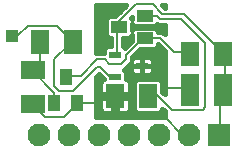
<source format=gtl>
G75*
%MOIN*%
%OFA0B0*%
%FSLAX25Y25*%
%IPPOS*%
%LPD*%
%AMOC8*
5,1,8,0,0,1.08239X$1,22.5*
%
%ADD10R,0.07600X0.07600*%
%ADD11C,0.07600*%
%ADD12R,0.03937X0.05512*%
%ADD13R,0.05512X0.03937*%
%ADD14R,0.04000X0.02400*%
%ADD15R,0.06299X0.07874*%
%ADD16R,0.07874X0.06299*%
%ADD17R,0.06299X0.10630*%
%ADD18R,0.03937X0.03937*%
%ADD19C,0.01600*%
%ADD20C,0.00800*%
D10*
X0097000Y0018000D03*
D11*
X0037000Y0018000D03*
X0047000Y0018000D03*
X0057000Y0018000D03*
X0067000Y0018000D03*
X0077000Y0018000D03*
X0087000Y0018000D03*
D12*
X0049740Y0028669D03*
X0042260Y0028669D03*
X0046000Y0037331D03*
D13*
X0072331Y0050260D03*
X0063669Y0054000D03*
X0072331Y0057740D03*
D14*
X0062500Y0044750D03*
X0071500Y0041000D03*
X0062500Y0037250D03*
D15*
X0062488Y0031000D03*
X0073512Y0031000D03*
X0087488Y0045000D03*
X0098512Y0045000D03*
X0048512Y0049000D03*
X0037488Y0049000D03*
D16*
X0035000Y0039512D03*
X0035000Y0028488D03*
D17*
X0087488Y0033000D03*
X0098512Y0033000D03*
D18*
X0028000Y0051000D03*
D19*
X0056000Y0051160D02*
X0059522Y0051160D01*
X0059313Y0051369D02*
X0060251Y0050431D01*
X0061000Y0050431D01*
X0061000Y0047550D01*
X0059837Y0047550D01*
X0058900Y0046613D01*
X0058900Y0045200D01*
X0056000Y0045200D01*
X0056000Y0061200D01*
X0066172Y0061200D01*
X0062540Y0057568D01*
X0060251Y0057568D01*
X0059313Y0056631D01*
X0059313Y0051369D01*
X0059313Y0052758D02*
X0056000Y0052758D01*
X0056000Y0054357D02*
X0059313Y0054357D01*
X0059313Y0055955D02*
X0056000Y0055955D01*
X0056000Y0057554D02*
X0060236Y0057554D01*
X0064124Y0059152D02*
X0056000Y0059152D01*
X0056000Y0060751D02*
X0065722Y0060751D01*
X0067975Y0057346D02*
X0067975Y0056682D01*
X0067642Y0057014D01*
X0067975Y0057346D01*
X0068025Y0055059D02*
X0068912Y0054172D01*
X0075749Y0054172D01*
X0076475Y0054897D01*
X0076572Y0054800D01*
X0079000Y0054800D01*
X0079000Y0051628D01*
X0078228Y0052400D01*
X0076687Y0052400D01*
X0076687Y0052891D01*
X0075749Y0053828D01*
X0068912Y0053828D01*
X0068025Y0052941D01*
X0068025Y0055059D01*
X0068025Y0054357D02*
X0068727Y0054357D01*
X0067975Y0051318D02*
X0067975Y0049403D01*
X0065642Y0047071D01*
X0065163Y0047550D01*
X0065000Y0047550D01*
X0065000Y0050431D01*
X0067088Y0050431D01*
X0067975Y0051318D01*
X0067975Y0051160D02*
X0067816Y0051160D01*
X0067975Y0049561D02*
X0065000Y0049561D01*
X0065000Y0047963D02*
X0066534Y0047963D01*
X0068200Y0043972D02*
X0070920Y0046691D01*
X0075749Y0046691D01*
X0076687Y0047629D01*
X0076687Y0048285D01*
X0079000Y0045972D01*
X0079000Y0031628D01*
X0078600Y0032028D01*
X0078261Y0032367D01*
X0078261Y0035600D01*
X0077324Y0036537D01*
X0069699Y0036537D01*
X0068762Y0035600D01*
X0068762Y0026400D01*
X0069699Y0025463D01*
X0077324Y0025463D01*
X0078261Y0026400D01*
X0078261Y0026710D01*
X0079000Y0025972D01*
X0079000Y0024000D01*
X0056000Y0024000D01*
X0056000Y0037372D01*
X0057000Y0038372D01*
X0058733Y0036638D01*
X0058644Y0036614D01*
X0058233Y0036377D01*
X0057898Y0036042D01*
X0057661Y0035632D01*
X0057539Y0035174D01*
X0057539Y0031775D01*
X0061713Y0031775D01*
X0061713Y0030225D01*
X0057539Y0030225D01*
X0057539Y0026826D01*
X0057661Y0026368D01*
X0057898Y0025958D01*
X0058233Y0025623D01*
X0058644Y0025386D01*
X0059102Y0025263D01*
X0061713Y0025263D01*
X0061713Y0030225D01*
X0063263Y0030225D01*
X0063263Y0025263D01*
X0065875Y0025263D01*
X0066333Y0025386D01*
X0066743Y0025623D01*
X0067078Y0025958D01*
X0067315Y0026368D01*
X0067438Y0026826D01*
X0067438Y0030225D01*
X0063263Y0030225D01*
X0063263Y0031775D01*
X0067438Y0031775D01*
X0067438Y0035174D01*
X0067315Y0035632D01*
X0067078Y0036042D01*
X0066743Y0036377D01*
X0066333Y0036614D01*
X0066100Y0036677D01*
X0066100Y0039113D01*
X0065521Y0039692D01*
X0067028Y0041200D01*
X0067700Y0041871D01*
X0067700Y0041000D01*
X0071499Y0041000D01*
X0071499Y0041000D01*
X0071500Y0041000D02*
X0071500Y0044000D01*
X0071500Y0041000D01*
X0071500Y0041000D01*
X0075300Y0041000D01*
X0075300Y0042437D01*
X0075177Y0042894D01*
X0074940Y0043305D01*
X0074605Y0043640D01*
X0074194Y0043877D01*
X0073737Y0044000D01*
X0071500Y0044000D01*
X0069263Y0044000D01*
X0068805Y0043877D01*
X0068394Y0043640D01*
X0068200Y0043446D01*
X0068200Y0043972D01*
X0068994Y0044766D02*
X0079000Y0044766D01*
X0078607Y0046364D02*
X0070593Y0046364D01*
X0071500Y0043167D02*
X0071500Y0043167D01*
X0071500Y0041569D02*
X0071500Y0041569D01*
X0071500Y0041000D02*
X0071500Y0041000D01*
X0075300Y0041000D01*
X0075300Y0039563D01*
X0075177Y0039105D01*
X0074940Y0038694D01*
X0074605Y0038359D01*
X0074194Y0038122D01*
X0073737Y0038000D01*
X0071500Y0038000D01*
X0071500Y0040999D01*
X0071500Y0040999D01*
X0071500Y0038000D01*
X0069263Y0038000D01*
X0068805Y0038122D01*
X0068394Y0038359D01*
X0068059Y0038694D01*
X0067822Y0039105D01*
X0067700Y0039563D01*
X0067700Y0041000D01*
X0071499Y0041000D01*
X0071500Y0039970D02*
X0071500Y0039970D01*
X0071500Y0038372D02*
X0071500Y0038372D01*
X0074617Y0038372D02*
X0079000Y0038372D01*
X0079000Y0039970D02*
X0075300Y0039970D01*
X0075300Y0041569D02*
X0079000Y0041569D01*
X0079000Y0043167D02*
X0075019Y0043167D01*
X0067700Y0041569D02*
X0067397Y0041569D01*
X0067700Y0039970D02*
X0065799Y0039970D01*
X0066100Y0038372D02*
X0068382Y0038372D01*
X0066100Y0036773D02*
X0079000Y0036773D01*
X0079000Y0035175D02*
X0078261Y0035175D01*
X0078261Y0033576D02*
X0079000Y0033576D01*
X0079000Y0031978D02*
X0078651Y0031978D01*
X0068762Y0031978D02*
X0067438Y0031978D01*
X0067438Y0033576D02*
X0068762Y0033576D01*
X0068762Y0035175D02*
X0067438Y0035175D01*
X0058598Y0036773D02*
X0056000Y0036773D01*
X0056000Y0035175D02*
X0057539Y0035175D01*
X0057539Y0033576D02*
X0056000Y0033576D01*
X0056000Y0031978D02*
X0057539Y0031978D01*
X0056000Y0030379D02*
X0061713Y0030379D01*
X0063263Y0030379D02*
X0068762Y0030379D01*
X0068762Y0028781D02*
X0067438Y0028781D01*
X0067438Y0027182D02*
X0068762Y0027182D01*
X0069579Y0025584D02*
X0066675Y0025584D01*
X0063263Y0025584D02*
X0061713Y0025584D01*
X0061713Y0027182D02*
X0063263Y0027182D01*
X0063263Y0028781D02*
X0061713Y0028781D01*
X0057539Y0028781D02*
X0056000Y0028781D01*
X0056000Y0027182D02*
X0057539Y0027182D01*
X0058301Y0025584D02*
X0056000Y0025584D01*
X0077445Y0025584D02*
X0079000Y0025584D01*
X0058900Y0046364D02*
X0056000Y0046364D01*
X0056000Y0047963D02*
X0061000Y0047963D01*
X0061000Y0049561D02*
X0056000Y0049561D01*
X0075935Y0054357D02*
X0079000Y0054357D01*
X0079000Y0052758D02*
X0076687Y0052758D01*
X0076687Y0047963D02*
X0077009Y0047963D01*
X0079000Y0060428D02*
X0078228Y0061200D01*
X0079000Y0061200D01*
X0079000Y0060428D01*
X0079000Y0060751D02*
X0078678Y0060751D01*
D20*
X0078200Y0058400D02*
X0085400Y0058400D01*
X0098200Y0045600D01*
X0098512Y0045000D01*
X0099000Y0044800D01*
X0099000Y0033600D01*
X0098512Y0033000D01*
X0098200Y0032800D01*
X0097400Y0032000D01*
X0097400Y0018400D01*
X0097000Y0018000D01*
X0087000Y0018000D02*
X0087000Y0018400D01*
X0084600Y0018400D01*
X0079000Y0024000D01*
X0081400Y0026400D02*
X0076600Y0031200D01*
X0074200Y0031200D01*
X0073512Y0031000D01*
X0079000Y0033600D02*
X0087000Y0033600D01*
X0087488Y0033000D01*
X0092600Y0027200D02*
X0091800Y0026400D01*
X0081400Y0026400D01*
X0092600Y0027200D02*
X0092600Y0048800D01*
X0084600Y0056800D01*
X0077400Y0056800D01*
X0076600Y0057600D01*
X0072600Y0057600D01*
X0072331Y0057740D01*
X0075000Y0061600D02*
X0078200Y0058400D01*
X0075000Y0061600D02*
X0069400Y0061600D01*
X0063800Y0056000D01*
X0063800Y0054400D01*
X0063669Y0054000D01*
X0063000Y0053600D01*
X0063000Y0044800D01*
X0062500Y0044750D01*
X0060600Y0041600D02*
X0059000Y0043200D01*
X0056600Y0043200D01*
X0051000Y0037600D01*
X0046200Y0037600D01*
X0046000Y0037331D01*
X0042200Y0034400D02*
X0042200Y0043200D01*
X0047800Y0048800D01*
X0048512Y0049000D01*
X0047800Y0049600D01*
X0043000Y0054400D01*
X0033400Y0054400D01*
X0030200Y0051200D01*
X0028600Y0051200D01*
X0028000Y0051000D01*
X0037400Y0048800D02*
X0037488Y0049000D01*
X0037400Y0048800D02*
X0037400Y0042400D01*
X0035000Y0040000D01*
X0035000Y0039512D01*
X0035000Y0039200D01*
X0042200Y0032000D01*
X0042200Y0028800D01*
X0042260Y0028669D01*
X0045400Y0024000D02*
X0049400Y0028000D01*
X0049740Y0028669D01*
X0050200Y0028800D01*
X0056000Y0028800D01*
X0048600Y0032800D02*
X0043800Y0032800D01*
X0042200Y0034400D01*
X0048600Y0032800D02*
X0056600Y0040800D01*
X0057400Y0040800D01*
X0060600Y0037600D01*
X0062200Y0037600D01*
X0062500Y0037250D01*
X0060600Y0041600D02*
X0064600Y0041600D01*
X0066200Y0043200D01*
X0066200Y0044800D01*
X0071800Y0050400D01*
X0072331Y0050260D01*
X0072600Y0050400D01*
X0077400Y0050400D01*
X0082200Y0045600D01*
X0087000Y0045600D01*
X0087488Y0045000D01*
X0045400Y0024000D02*
X0039000Y0024000D01*
X0035000Y0028000D01*
X0035000Y0028488D01*
M02*

</source>
